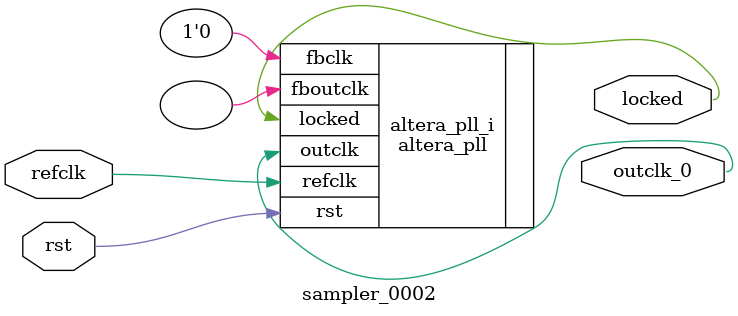
<source format=v>
`timescale 1ns/10ps
module  sampler_0002(

	// interface 'refclk'
	input wire refclk,

	// interface 'reset'
	input wire rst,

	// interface 'outclk0'
	output wire outclk_0,

	// interface 'locked'
	output wire locked
);

	altera_pll #(
		.fractional_vco_multiplier("false"),
		.reference_clock_frequency("50.0 MHz"),
		.operation_mode("direct"),
		.number_of_clocks(1),
		.output_clock_frequency0("100.000000 MHz"),
		.phase_shift0("0 ps"),
		.duty_cycle0(50),
		.output_clock_frequency1("0 MHz"),
		.phase_shift1("0 ps"),
		.duty_cycle1(50),
		.output_clock_frequency2("0 MHz"),
		.phase_shift2("0 ps"),
		.duty_cycle2(50),
		.output_clock_frequency3("0 MHz"),
		.phase_shift3("0 ps"),
		.duty_cycle3(50),
		.output_clock_frequency4("0 MHz"),
		.phase_shift4("0 ps"),
		.duty_cycle4(50),
		.output_clock_frequency5("0 MHz"),
		.phase_shift5("0 ps"),
		.duty_cycle5(50),
		.output_clock_frequency6("0 MHz"),
		.phase_shift6("0 ps"),
		.duty_cycle6(50),
		.output_clock_frequency7("0 MHz"),
		.phase_shift7("0 ps"),
		.duty_cycle7(50),
		.output_clock_frequency8("0 MHz"),
		.phase_shift8("0 ps"),
		.duty_cycle8(50),
		.output_clock_frequency9("0 MHz"),
		.phase_shift9("0 ps"),
		.duty_cycle9(50),
		.output_clock_frequency10("0 MHz"),
		.phase_shift10("0 ps"),
		.duty_cycle10(50),
		.output_clock_frequency11("0 MHz"),
		.phase_shift11("0 ps"),
		.duty_cycle11(50),
		.output_clock_frequency12("0 MHz"),
		.phase_shift12("0 ps"),
		.duty_cycle12(50),
		.output_clock_frequency13("0 MHz"),
		.phase_shift13("0 ps"),
		.duty_cycle13(50),
		.output_clock_frequency14("0 MHz"),
		.phase_shift14("0 ps"),
		.duty_cycle14(50),
		.output_clock_frequency15("0 MHz"),
		.phase_shift15("0 ps"),
		.duty_cycle15(50),
		.output_clock_frequency16("0 MHz"),
		.phase_shift16("0 ps"),
		.duty_cycle16(50),
		.output_clock_frequency17("0 MHz"),
		.phase_shift17("0 ps"),
		.duty_cycle17(50),
		.pll_type("General"),
		.pll_subtype("General")
	) altera_pll_i (
		.rst	(rst),
		.outclk	({outclk_0}),
		.locked	(locked),
		.fboutclk	( ),
		.fbclk	(1'b0),
		.refclk	(refclk)
	);
endmodule


</source>
